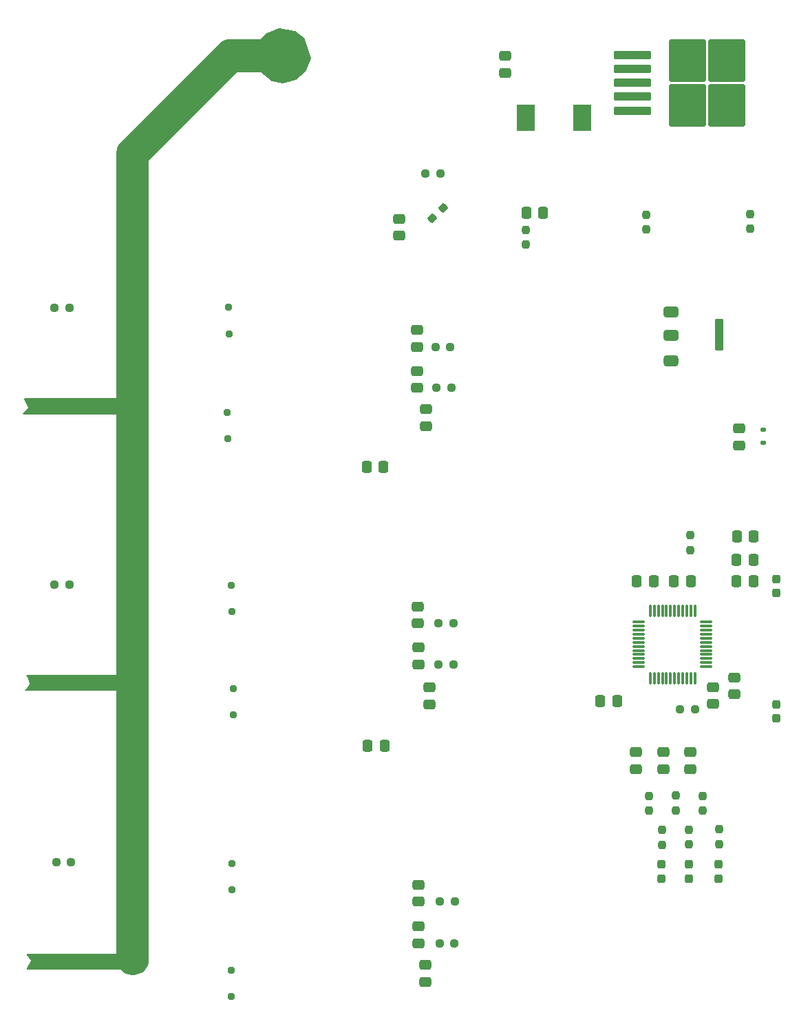
<source format=gbr>
%TF.GenerationSoftware,KiCad,Pcbnew,7.0.9*%
%TF.CreationDate,2024-01-15T08:13:50+05:30*%
%TF.ProjectId,controller_full6,636f6e74-726f-46c6-9c65-725f66756c6c,rev?*%
%TF.SameCoordinates,Original*%
%TF.FileFunction,Paste,Top*%
%TF.FilePolarity,Positive*%
%FSLAX46Y46*%
G04 Gerber Fmt 4.6, Leading zero omitted, Abs format (unit mm)*
G04 Created by KiCad (PCBNEW 7.0.9) date 2024-01-15 08:13:50*
%MOMM*%
%LPD*%
G01*
G04 APERTURE LIST*
G04 Aperture macros list*
%AMRoundRect*
0 Rectangle with rounded corners*
0 $1 Rounding radius*
0 $2 $3 $4 $5 $6 $7 $8 $9 X,Y pos of 4 corners*
0 Add a 4 corners polygon primitive as box body*
4,1,4,$2,$3,$4,$5,$6,$7,$8,$9,$2,$3,0*
0 Add four circle primitives for the rounded corners*
1,1,$1+$1,$2,$3*
1,1,$1+$1,$4,$5*
1,1,$1+$1,$6,$7*
1,1,$1+$1,$8,$9*
0 Add four rect primitives between the rounded corners*
20,1,$1+$1,$2,$3,$4,$5,0*
20,1,$1+$1,$4,$5,$6,$7,0*
20,1,$1+$1,$6,$7,$8,$9,0*
20,1,$1+$1,$8,$9,$2,$3,0*%
G04 Aperture macros list end*
%ADD10RoundRect,0.237500X0.237500X-0.250000X0.237500X0.250000X-0.237500X0.250000X-0.237500X-0.250000X0*%
%ADD11RoundRect,0.237500X-0.008839X-0.344715X0.344715X0.008839X0.008839X0.344715X-0.344715X-0.008839X0*%
%ADD12RoundRect,0.250000X-0.337500X-0.475000X0.337500X-0.475000X0.337500X0.475000X-0.337500X0.475000X0*%
%ADD13RoundRect,0.200747X-0.204547X0.200746X-0.204547X-0.200746X0.204547X-0.200746X0.204547X0.200746X0*%
%ADD14RoundRect,0.196500X-0.196499X0.205000X-0.196499X-0.205000X0.196499X-0.205000X0.196499X0.205000X0*%
%ADD15RoundRect,0.237500X-0.250000X-0.237500X0.250000X-0.237500X0.250000X0.237500X-0.250000X0.237500X0*%
%ADD16RoundRect,0.250000X-0.475000X0.337500X-0.475000X-0.337500X0.475000X-0.337500X0.475000X0.337500X0*%
%ADD17RoundRect,0.237500X0.250000X0.237500X-0.250000X0.237500X-0.250000X-0.237500X0.250000X-0.237500X0*%
%ADD18RoundRect,0.250000X0.475000X-0.337500X0.475000X0.337500X-0.475000X0.337500X-0.475000X-0.337500X0*%
%ADD19RoundRect,0.237500X-0.237500X0.287500X-0.237500X-0.287500X0.237500X-0.287500X0.237500X0.287500X0*%
%ADD20RoundRect,0.196500X0.196499X-0.205000X0.196499X0.205000X-0.196499X0.205000X-0.196499X-0.205000X0*%
%ADD21RoundRect,0.200747X0.204547X-0.200746X0.204547X0.200746X-0.204547X0.200746X-0.204547X-0.200746X0*%
%ADD22RoundRect,0.237500X-0.237500X0.250000X-0.237500X-0.250000X0.237500X-0.250000X0.237500X0.250000X0*%
%ADD23R,2.250000X3.200000*%
%ADD24RoundRect,0.140375X-0.200625X0.140375X-0.200625X-0.140375X0.200625X-0.140375X0.200625X0.140375X0*%
%ADD25RoundRect,0.138014X-0.202090X0.138013X-0.202090X-0.138013X0.202090X-0.138013X0.202090X0.138013X0*%
%ADD26RoundRect,0.250000X-2.050000X-0.300000X2.050000X-0.300000X2.050000X0.300000X-2.050000X0.300000X0*%
%ADD27RoundRect,0.250000X-2.025000X-2.375000X2.025000X-2.375000X2.025000X2.375000X-2.025000X2.375000X0*%
%ADD28RoundRect,0.237500X-0.237500X0.300000X-0.237500X-0.300000X0.237500X-0.300000X0.237500X0.300000X0*%
%ADD29RoundRect,0.237500X0.237500X-0.300000X0.237500X0.300000X-0.237500X0.300000X-0.237500X-0.300000X0*%
%ADD30RoundRect,0.250000X0.337500X0.475000X-0.337500X0.475000X-0.337500X-0.475000X0.337500X-0.475000X0*%
%ADD31RoundRect,0.335000X0.571400X-0.335000X0.571400X0.335000X-0.571400X0.335000X-0.571400X-0.335000X0*%
%ADD32RoundRect,0.340000X0.582497X-0.339999X0.582497X0.339999X-0.582497X0.339999X-0.582497X-0.339999X0*%
%ADD33RoundRect,0.339998X0.567496X-0.339998X0.567496X0.339998X-0.567496X0.339998X-0.567496X-0.339998X0*%
%ADD34RoundRect,0.267500X0.267500X-1.717500X0.267500X1.717500X-0.267500X1.717500X-0.267500X-1.717500X0*%
%ADD35RoundRect,0.075000X0.662500X0.075000X-0.662500X0.075000X-0.662500X-0.075000X0.662500X-0.075000X0*%
%ADD36RoundRect,0.075000X0.075000X0.662500X-0.075000X0.662500X-0.075000X-0.662500X0.075000X-0.662500X0*%
G04 APERTURE END LIST*
D10*
%TO.C,R30*%
X219020000Y-77692500D03*
X219020000Y-75867500D03*
%TD*%
D11*
%TO.C,R32*%
X192684765Y-76345235D03*
X193975235Y-75054765D03*
%TD*%
D12*
%TO.C,C42*%
X204212500Y-75620000D03*
X206287500Y-75620000D03*
%TD*%
D13*
%TO.C,D5*%
X168140000Y-134170000D03*
D14*
X168150000Y-137400000D03*
%TD*%
D15*
%TO.C,R28*%
X191817500Y-70820000D03*
X193642500Y-70820000D03*
%TD*%
D16*
%TO.C,C5*%
X190980000Y-163370000D03*
X190980000Y-165445000D03*
%TD*%
D17*
%TO.C,R10*%
X148212500Y-155475000D03*
X146387500Y-155475000D03*
%TD*%
D10*
%TO.C,R26*%
X224260000Y-153322500D03*
X224260000Y-151497500D03*
%TD*%
%TO.C,R5*%
X222640000Y-149132500D03*
X222640000Y-147307500D03*
%TD*%
D12*
%TO.C,C31*%
X230102500Y-120950000D03*
X232177500Y-120950000D03*
%TD*%
D18*
%TO.C,C58*%
X191890000Y-101857500D03*
X191890000Y-99782500D03*
%TD*%
D16*
%TO.C,C3*%
X217740000Y-141942500D03*
X217740000Y-144017500D03*
%TD*%
%TO.C,C22*%
X190827444Y-90067556D03*
X190827444Y-92142556D03*
%TD*%
D19*
%TO.C,D11*%
X227890000Y-155737500D03*
X227890000Y-157487500D03*
%TD*%
D12*
%TO.C,C12*%
X184712500Y-141175000D03*
X186787500Y-141175000D03*
%TD*%
D16*
%TO.C,C21*%
X190820000Y-95092500D03*
X190820000Y-97167500D03*
%TD*%
D10*
%TO.C,R27*%
X220920000Y-153332500D03*
X220920000Y-151507500D03*
%TD*%
D15*
%TO.C,R12*%
X193420000Y-131200224D03*
X195245000Y-131200224D03*
%TD*%
D20*
%TO.C,D1*%
X168000000Y-155680000D03*
D21*
X168010000Y-158910000D03*
%TD*%
D15*
%TO.C,R13*%
X193420000Y-126120224D03*
X195245000Y-126120224D03*
%TD*%
D22*
%TO.C,R31*%
X231800000Y-75777500D03*
X231800000Y-77602500D03*
%TD*%
D16*
%TO.C,C28*%
X188600000Y-76387500D03*
X188600000Y-78462500D03*
%TD*%
D10*
%TO.C,R6*%
X219290000Y-149142500D03*
X219290000Y-147317500D03*
%TD*%
D23*
%TO.C,D10*%
X211100000Y-63940000D03*
X204200000Y-63940000D03*
%TD*%
D12*
%TO.C,C4*%
X222392500Y-120940000D03*
X224467500Y-120940000D03*
%TD*%
D10*
%TO.C,R4*%
X225890000Y-149172500D03*
X225890000Y-147347500D03*
%TD*%
D15*
%TO.C,R16*%
X193170000Y-97150000D03*
X194995000Y-97150000D03*
%TD*%
%TO.C,R8*%
X193542556Y-165447444D03*
X195367556Y-165447444D03*
%TD*%
D19*
%TO.C,D13*%
X224230000Y-155767500D03*
X224230000Y-157517500D03*
%TD*%
D16*
%TO.C,C1*%
X224420000Y-141972500D03*
X224420000Y-144047500D03*
%TD*%
D15*
%TO.C,R20*%
X223147500Y-136670000D03*
X224972500Y-136670000D03*
%TD*%
D17*
%TO.C,R18*%
X147987500Y-87300000D03*
X146162500Y-87300000D03*
%TD*%
D18*
%TO.C,C11*%
X191832556Y-170214944D03*
X191832556Y-168139944D03*
%TD*%
D15*
%TO.C,R9*%
X193612556Y-160297444D03*
X195437556Y-160297444D03*
%TD*%
D10*
%TO.C,R7*%
X224390000Y-117105000D03*
X224390000Y-115280000D03*
%TD*%
D14*
%TO.C,D8*%
X167460000Y-103420000D03*
D13*
X167450000Y-100190000D03*
%TD*%
D16*
%TO.C,C2*%
X221110000Y-141972500D03*
X221110000Y-144047500D03*
%TD*%
D14*
%TO.C,D2*%
X167950000Y-171980000D03*
D13*
X167940000Y-168750000D03*
%TD*%
D24*
%TO.C,Z1*%
X233370000Y-102280000D03*
D25*
X233370000Y-103926778D03*
%TD*%
D10*
%TO.C,R25*%
X227990000Y-153252500D03*
X227990000Y-151427500D03*
%TD*%
D12*
%TO.C,C34*%
X213332500Y-135680000D03*
X215407500Y-135680000D03*
%TD*%
D16*
%TO.C,C13*%
X190927444Y-129105280D03*
X190927444Y-131180280D03*
%TD*%
D18*
%TO.C,C19*%
X192310000Y-136067500D03*
X192310000Y-133992500D03*
%TD*%
D22*
%TO.C,R29*%
X204180000Y-77727500D03*
X204180000Y-79552500D03*
%TD*%
D12*
%TO.C,C20*%
X184562500Y-106900000D03*
X186637500Y-106900000D03*
%TD*%
D18*
%TO.C,C6*%
X190980000Y-160317500D03*
X190980000Y-158242500D03*
%TD*%
D16*
%TO.C,C32*%
X227200000Y-133962500D03*
X227200000Y-136037500D03*
%TD*%
D18*
%TO.C,C35*%
X229790000Y-134857500D03*
X229790000Y-132782500D03*
%TD*%
D12*
%TO.C,C36*%
X230132500Y-115450000D03*
X232207500Y-115450000D03*
%TD*%
D26*
%TO.C,U5*%
X217315000Y-56270000D03*
X217315000Y-57970000D03*
X217315000Y-59670000D03*
D27*
X224040000Y-56895000D03*
X224040000Y-62445000D03*
X228890000Y-56895000D03*
X228890000Y-62445000D03*
D26*
X217315000Y-61370000D03*
X217315000Y-63070000D03*
%TD*%
D28*
%TO.C,C29*%
X234990000Y-136080000D03*
X234990000Y-137805000D03*
%TD*%
D17*
%TO.C,R15*%
X147987500Y-121400000D03*
X146162500Y-121400000D03*
%TD*%
D16*
%TO.C,C37*%
X230370000Y-102172500D03*
X230370000Y-104247500D03*
%TD*%
D19*
%TO.C,D12*%
X220850000Y-155775000D03*
X220850000Y-157525000D03*
%TD*%
D29*
%TO.C,C30*%
X234960000Y-122392500D03*
X234960000Y-120667500D03*
%TD*%
D20*
%TO.C,D4*%
X167960000Y-121412000D03*
D21*
X167970000Y-124642000D03*
%TD*%
D30*
%TO.C,C33*%
X219907500Y-120930000D03*
X217832500Y-120930000D03*
%TD*%
D16*
%TO.C,C14*%
X190907444Y-124035280D03*
X190907444Y-126110280D03*
%TD*%
D31*
%TO.C,U6*%
X222038600Y-93845000D03*
D32*
X222022503Y-90704999D03*
D33*
X222027506Y-87855004D03*
D34*
X227980000Y-90630000D03*
%TD*%
D35*
%TO.C,U4*%
X226382500Y-131450000D03*
X226382500Y-130950000D03*
X226382500Y-130450000D03*
X226382500Y-129950000D03*
X226382500Y-129450000D03*
X226382500Y-128950000D03*
X226382500Y-128450000D03*
X226382500Y-127950000D03*
X226382500Y-127450000D03*
X226382500Y-126950000D03*
X226382500Y-126450000D03*
X226382500Y-125950000D03*
D36*
X224970000Y-124537500D03*
X224470000Y-124537500D03*
X223970000Y-124537500D03*
X223470000Y-124537500D03*
X222970000Y-124537500D03*
X222470000Y-124537500D03*
X221970000Y-124537500D03*
X221470000Y-124537500D03*
X220970000Y-124537500D03*
X220470000Y-124537500D03*
X219970000Y-124537500D03*
X219470000Y-124537500D03*
D35*
X218057500Y-125950000D03*
X218057500Y-126450000D03*
X218057500Y-126950000D03*
X218057500Y-127450000D03*
X218057500Y-127950000D03*
X218057500Y-128450000D03*
X218057500Y-128950000D03*
X218057500Y-129450000D03*
X218057500Y-129950000D03*
X218057500Y-130450000D03*
X218057500Y-130950000D03*
X218057500Y-131450000D03*
D36*
X219470000Y-132862500D03*
X219970000Y-132862500D03*
X220470000Y-132862500D03*
X220970000Y-132862500D03*
X221470000Y-132862500D03*
X221970000Y-132862500D03*
X222470000Y-132862500D03*
X222970000Y-132862500D03*
X223470000Y-132862500D03*
X223970000Y-132862500D03*
X224470000Y-132862500D03*
X224970000Y-132862500D03*
%TD*%
D16*
%TO.C,C39*%
X201640000Y-56372500D03*
X201640000Y-58447500D03*
%TD*%
D12*
%TO.C,C38*%
X230102500Y-118310000D03*
X232177500Y-118310000D03*
%TD*%
D20*
%TO.C,D7*%
X167620000Y-87280000D03*
D21*
X167630000Y-90510000D03*
%TD*%
D15*
%TO.C,R17*%
X193030000Y-92180000D03*
X194855000Y-92180000D03*
%TD*%
G36*
X175756104Y-53254838D02*
G01*
X175816430Y-53281843D01*
X176971144Y-54236152D01*
X177010279Y-54294032D01*
X177010838Y-54295828D01*
X177708124Y-56600744D01*
X177708695Y-56670612D01*
X177706125Y-56678597D01*
X177180561Y-58140618D01*
X177146784Y-58190875D01*
X175903573Y-59308802D01*
X175849145Y-59337282D01*
X174296302Y-59703792D01*
X174243500Y-59704700D01*
X172901226Y-59436245D01*
X172845648Y-59409483D01*
X171600000Y-58360000D01*
X168620001Y-58360000D01*
X157806564Y-69167640D01*
X157806564Y-167544541D01*
X157806256Y-167550715D01*
X157797462Y-167638659D01*
X157794375Y-167656394D01*
X157736564Y-167887639D01*
X157662030Y-168148507D01*
X157645387Y-168184099D01*
X157130552Y-168942310D01*
X157076607Y-168986715D01*
X157065911Y-168990705D01*
X156005069Y-169331691D01*
X155967124Y-169337639D01*
X155660548Y-169337639D01*
X155652605Y-169337129D01*
X155359076Y-169299253D01*
X155334635Y-169293538D01*
X155030459Y-169188978D01*
X155022878Y-169185796D01*
X154810276Y-169079495D01*
X154803132Y-169075305D01*
X154564918Y-168913320D01*
X154549240Y-168900681D01*
X154356564Y-168717639D01*
X142902492Y-168717639D01*
X142835453Y-168697954D01*
X142789698Y-168645150D01*
X142779754Y-168575992D01*
X142794502Y-168532694D01*
X143316563Y-167607639D01*
X142788825Y-166916922D01*
X142763766Y-166851700D01*
X142777946Y-166783285D01*
X142826863Y-166733396D01*
X142887357Y-166717639D01*
X153806564Y-166717639D01*
X153806564Y-134437639D01*
X142682807Y-134437639D01*
X142615768Y-134417954D01*
X142570013Y-134365150D01*
X142560069Y-134295992D01*
X142589094Y-134232436D01*
X142615143Y-134209727D01*
X142756562Y-134117639D01*
X143076564Y-133517638D01*
X142826564Y-132747641D01*
X142826562Y-132747637D01*
X142743382Y-132635524D01*
X142719245Y-132569956D01*
X142734389Y-132501747D01*
X142784006Y-132452553D01*
X142842966Y-132437639D01*
X153806564Y-132437639D01*
X153806564Y-100447639D01*
X142429232Y-100447639D01*
X142362193Y-100427954D01*
X142316438Y-100375150D01*
X142306494Y-100305992D01*
X142335519Y-100242436D01*
X142337997Y-100239662D01*
X142956564Y-99567638D01*
X142429361Y-98622021D01*
X142413909Y-98553882D01*
X142437749Y-98488205D01*
X142493312Y-98445843D01*
X142537666Y-98437639D01*
X153806564Y-98437639D01*
X153806564Y-68147902D01*
X153808251Y-68127517D01*
X153836314Y-67959135D01*
X153836886Y-67956156D01*
X153885853Y-67730907D01*
X153887621Y-67724467D01*
X153946564Y-67547639D01*
X154028108Y-67321126D01*
X154053448Y-67279253D01*
X154486564Y-66807639D01*
X166266564Y-55047639D01*
X166513826Y-54800375D01*
X166519608Y-54795271D01*
X166606564Y-54727639D01*
X166654463Y-54689319D01*
X166658806Y-54686143D01*
X166686571Y-54667633D01*
X166686571Y-54667634D01*
X166823787Y-54557860D01*
X166851548Y-54541084D01*
X167152650Y-54409351D01*
X167160680Y-54406478D01*
X167530056Y-54302295D01*
X167563717Y-54297639D01*
X171486564Y-54297639D01*
X171486565Y-54297638D01*
X172303373Y-53564915D01*
X172340785Y-53541824D01*
X173788937Y-52972217D01*
X173852994Y-52965024D01*
X175756104Y-53254838D01*
G37*
M02*

</source>
